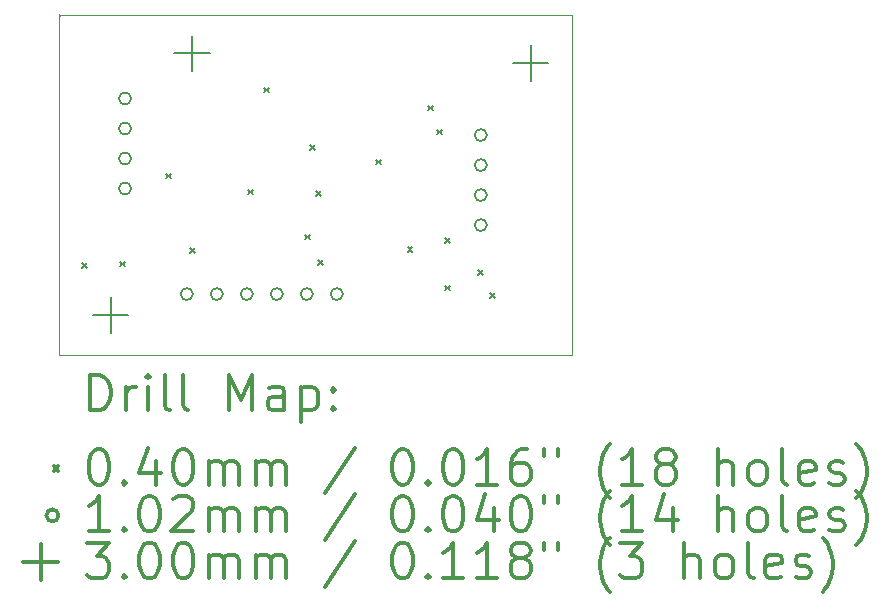
<source format=gbr>
%FSLAX45Y45*%
G04 Gerber Fmt 4.5, Leading zero omitted, Abs format (unit mm)*
G04 Created by KiCad (PCBNEW (2015-07-31 BZR 6030)-product) date Fri Sep 11 12:39:45 2015*
%MOMM*%
G01*
G04 APERTURE LIST*
%ADD10C,0.127000*%
%ADD11C,0.100000*%
%ADD12C,0.200000*%
%ADD13C,0.300000*%
G04 APERTURE END LIST*
D10*
D11*
X13995400Y-7772400D02*
X14005560Y-7782560D01*
X13995400Y-10652760D02*
X13995400Y-7772400D01*
X18338800Y-10652760D02*
X13995400Y-10652760D01*
X18338800Y-7777480D02*
X18338800Y-10652760D01*
X14010640Y-7777480D02*
X18338800Y-7777480D01*
D12*
X14193840Y-9875840D02*
X14233840Y-9915840D01*
X14233840Y-9875840D02*
X14193840Y-9915840D01*
X14513880Y-9865680D02*
X14553880Y-9905680D01*
X14553880Y-9865680D02*
X14513880Y-9905680D01*
X14899960Y-9118920D02*
X14939960Y-9158920D01*
X14939960Y-9118920D02*
X14899960Y-9158920D01*
X15108240Y-9748840D02*
X15148240Y-9788840D01*
X15148240Y-9748840D02*
X15108240Y-9788840D01*
X15595920Y-9256080D02*
X15635920Y-9296080D01*
X15635920Y-9256080D02*
X15595920Y-9296080D01*
X15733080Y-8392480D02*
X15773080Y-8432480D01*
X15773080Y-8392480D02*
X15733080Y-8432480D01*
X16078520Y-9637080D02*
X16118520Y-9677080D01*
X16118520Y-9637080D02*
X16078520Y-9677080D01*
X16124240Y-8880160D02*
X16164240Y-8920160D01*
X16164240Y-8880160D02*
X16124240Y-8920160D01*
X16175040Y-9266240D02*
X16215040Y-9306240D01*
X16215040Y-9266240D02*
X16175040Y-9306240D01*
X16190280Y-9850440D02*
X16230280Y-9890440D01*
X16230280Y-9850440D02*
X16190280Y-9890440D01*
X16683040Y-9002080D02*
X16723040Y-9042080D01*
X16723040Y-9002080D02*
X16683040Y-9042080D01*
X16947200Y-9743760D02*
X16987200Y-9783760D01*
X16987200Y-9743760D02*
X16947200Y-9783760D01*
X17119920Y-8544880D02*
X17159920Y-8584880D01*
X17159920Y-8544880D02*
X17119920Y-8584880D01*
X17196120Y-8748080D02*
X17236120Y-8788080D01*
X17236120Y-8748080D02*
X17196120Y-8788080D01*
X17262160Y-9667560D02*
X17302160Y-9707560D01*
X17302160Y-9667560D02*
X17262160Y-9707560D01*
X17262160Y-10068880D02*
X17302160Y-10108880D01*
X17302160Y-10068880D02*
X17262160Y-10108880D01*
X17546640Y-9936800D02*
X17586640Y-9976800D01*
X17586640Y-9936800D02*
X17546640Y-9976800D01*
X17643160Y-10129840D02*
X17683160Y-10169840D01*
X17683160Y-10129840D02*
X17643160Y-10169840D01*
X14605000Y-8483600D02*
G75*
G03X14605000Y-8483600I-50800J0D01*
G01*
X14605000Y-8737600D02*
G75*
G03X14605000Y-8737600I-50800J0D01*
G01*
X14605000Y-8991600D02*
G75*
G03X14605000Y-8991600I-50800J0D01*
G01*
X14605000Y-9245600D02*
G75*
G03X14605000Y-9245600I-50800J0D01*
G01*
X15128240Y-10139680D02*
G75*
G03X15128240Y-10139680I-50800J0D01*
G01*
X15382240Y-10139680D02*
G75*
G03X15382240Y-10139680I-50800J0D01*
G01*
X15636240Y-10139680D02*
G75*
G03X15636240Y-10139680I-50800J0D01*
G01*
X15890240Y-10139680D02*
G75*
G03X15890240Y-10139680I-50800J0D01*
G01*
X16144240Y-10139680D02*
G75*
G03X16144240Y-10139680I-50800J0D01*
G01*
X16398240Y-10139680D02*
G75*
G03X16398240Y-10139680I-50800J0D01*
G01*
X17617440Y-8793480D02*
G75*
G03X17617440Y-8793480I-50800J0D01*
G01*
X17617440Y-9047480D02*
G75*
G03X17617440Y-9047480I-50800J0D01*
G01*
X17617440Y-9301480D02*
G75*
G03X17617440Y-9301480I-50800J0D01*
G01*
X17617440Y-9555480D02*
G75*
G03X17617440Y-9555480I-50800J0D01*
G01*
X14432280Y-10167480D02*
X14432280Y-10467480D01*
X14282280Y-10317480D02*
X14582280Y-10317480D01*
X15123160Y-7952600D02*
X15123160Y-8252600D01*
X14973160Y-8102600D02*
X15273160Y-8102600D01*
X17988280Y-8033880D02*
X17988280Y-8333880D01*
X17838280Y-8183880D02*
X18138280Y-8183880D01*
D13*
X14261828Y-11123474D02*
X14261828Y-10823474D01*
X14333257Y-10823474D01*
X14376114Y-10837760D01*
X14404686Y-10866332D01*
X14418971Y-10894903D01*
X14433257Y-10952046D01*
X14433257Y-10994903D01*
X14418971Y-11052046D01*
X14404686Y-11080617D01*
X14376114Y-11109189D01*
X14333257Y-11123474D01*
X14261828Y-11123474D01*
X14561828Y-11123474D02*
X14561828Y-10923474D01*
X14561828Y-10980617D02*
X14576114Y-10952046D01*
X14590400Y-10937760D01*
X14618971Y-10923474D01*
X14647543Y-10923474D01*
X14747543Y-11123474D02*
X14747543Y-10923474D01*
X14747543Y-10823474D02*
X14733257Y-10837760D01*
X14747543Y-10852046D01*
X14761828Y-10837760D01*
X14747543Y-10823474D01*
X14747543Y-10852046D01*
X14933257Y-11123474D02*
X14904686Y-11109189D01*
X14890400Y-11080617D01*
X14890400Y-10823474D01*
X15090400Y-11123474D02*
X15061828Y-11109189D01*
X15047543Y-11080617D01*
X15047543Y-10823474D01*
X15433257Y-11123474D02*
X15433257Y-10823474D01*
X15533257Y-11037760D01*
X15633257Y-10823474D01*
X15633257Y-11123474D01*
X15904686Y-11123474D02*
X15904686Y-10966332D01*
X15890400Y-10937760D01*
X15861828Y-10923474D01*
X15804686Y-10923474D01*
X15776114Y-10937760D01*
X15904686Y-11109189D02*
X15876114Y-11123474D01*
X15804686Y-11123474D01*
X15776114Y-11109189D01*
X15761828Y-11080617D01*
X15761828Y-11052046D01*
X15776114Y-11023474D01*
X15804686Y-11009189D01*
X15876114Y-11009189D01*
X15904686Y-10994903D01*
X16047543Y-10923474D02*
X16047543Y-11223474D01*
X16047543Y-10937760D02*
X16076114Y-10923474D01*
X16133257Y-10923474D01*
X16161828Y-10937760D01*
X16176114Y-10952046D01*
X16190400Y-10980617D01*
X16190400Y-11066332D01*
X16176114Y-11094903D01*
X16161828Y-11109189D01*
X16133257Y-11123474D01*
X16076114Y-11123474D01*
X16047543Y-11109189D01*
X16318971Y-11094903D02*
X16333257Y-11109189D01*
X16318971Y-11123474D01*
X16304686Y-11109189D01*
X16318971Y-11094903D01*
X16318971Y-11123474D01*
X16318971Y-10937760D02*
X16333257Y-10952046D01*
X16318971Y-10966332D01*
X16304686Y-10952046D01*
X16318971Y-10937760D01*
X16318971Y-10966332D01*
X13950400Y-11597760D02*
X13990400Y-11637760D01*
X13990400Y-11597760D02*
X13950400Y-11637760D01*
X14318971Y-11453474D02*
X14347543Y-11453474D01*
X14376114Y-11467760D01*
X14390400Y-11482046D01*
X14404686Y-11510617D01*
X14418971Y-11567760D01*
X14418971Y-11639189D01*
X14404686Y-11696331D01*
X14390400Y-11724903D01*
X14376114Y-11739189D01*
X14347543Y-11753474D01*
X14318971Y-11753474D01*
X14290400Y-11739189D01*
X14276114Y-11724903D01*
X14261828Y-11696331D01*
X14247543Y-11639189D01*
X14247543Y-11567760D01*
X14261828Y-11510617D01*
X14276114Y-11482046D01*
X14290400Y-11467760D01*
X14318971Y-11453474D01*
X14547543Y-11724903D02*
X14561828Y-11739189D01*
X14547543Y-11753474D01*
X14533257Y-11739189D01*
X14547543Y-11724903D01*
X14547543Y-11753474D01*
X14818971Y-11553474D02*
X14818971Y-11753474D01*
X14747543Y-11439189D02*
X14676114Y-11653474D01*
X14861828Y-11653474D01*
X15033257Y-11453474D02*
X15061828Y-11453474D01*
X15090400Y-11467760D01*
X15104686Y-11482046D01*
X15118971Y-11510617D01*
X15133257Y-11567760D01*
X15133257Y-11639189D01*
X15118971Y-11696331D01*
X15104686Y-11724903D01*
X15090400Y-11739189D01*
X15061828Y-11753474D01*
X15033257Y-11753474D01*
X15004686Y-11739189D01*
X14990400Y-11724903D01*
X14976114Y-11696331D01*
X14961828Y-11639189D01*
X14961828Y-11567760D01*
X14976114Y-11510617D01*
X14990400Y-11482046D01*
X15004686Y-11467760D01*
X15033257Y-11453474D01*
X15261828Y-11753474D02*
X15261828Y-11553474D01*
X15261828Y-11582046D02*
X15276114Y-11567760D01*
X15304686Y-11553474D01*
X15347543Y-11553474D01*
X15376114Y-11567760D01*
X15390400Y-11596331D01*
X15390400Y-11753474D01*
X15390400Y-11596331D02*
X15404686Y-11567760D01*
X15433257Y-11553474D01*
X15476114Y-11553474D01*
X15504686Y-11567760D01*
X15518971Y-11596331D01*
X15518971Y-11753474D01*
X15661828Y-11753474D02*
X15661828Y-11553474D01*
X15661828Y-11582046D02*
X15676114Y-11567760D01*
X15704686Y-11553474D01*
X15747543Y-11553474D01*
X15776114Y-11567760D01*
X15790400Y-11596331D01*
X15790400Y-11753474D01*
X15790400Y-11596331D02*
X15804686Y-11567760D01*
X15833257Y-11553474D01*
X15876114Y-11553474D01*
X15904686Y-11567760D01*
X15918971Y-11596331D01*
X15918971Y-11753474D01*
X16504686Y-11439189D02*
X16247543Y-11824903D01*
X16890400Y-11453474D02*
X16918971Y-11453474D01*
X16947543Y-11467760D01*
X16961828Y-11482046D01*
X16976114Y-11510617D01*
X16990400Y-11567760D01*
X16990400Y-11639189D01*
X16976114Y-11696331D01*
X16961828Y-11724903D01*
X16947543Y-11739189D01*
X16918971Y-11753474D01*
X16890400Y-11753474D01*
X16861828Y-11739189D01*
X16847543Y-11724903D01*
X16833257Y-11696331D01*
X16818971Y-11639189D01*
X16818971Y-11567760D01*
X16833257Y-11510617D01*
X16847543Y-11482046D01*
X16861828Y-11467760D01*
X16890400Y-11453474D01*
X17118971Y-11724903D02*
X17133257Y-11739189D01*
X17118971Y-11753474D01*
X17104686Y-11739189D01*
X17118971Y-11724903D01*
X17118971Y-11753474D01*
X17318971Y-11453474D02*
X17347543Y-11453474D01*
X17376114Y-11467760D01*
X17390400Y-11482046D01*
X17404686Y-11510617D01*
X17418971Y-11567760D01*
X17418971Y-11639189D01*
X17404686Y-11696331D01*
X17390400Y-11724903D01*
X17376114Y-11739189D01*
X17347543Y-11753474D01*
X17318971Y-11753474D01*
X17290400Y-11739189D01*
X17276114Y-11724903D01*
X17261828Y-11696331D01*
X17247543Y-11639189D01*
X17247543Y-11567760D01*
X17261828Y-11510617D01*
X17276114Y-11482046D01*
X17290400Y-11467760D01*
X17318971Y-11453474D01*
X17704686Y-11753474D02*
X17533257Y-11753474D01*
X17618971Y-11753474D02*
X17618971Y-11453474D01*
X17590400Y-11496331D01*
X17561828Y-11524903D01*
X17533257Y-11539189D01*
X17961828Y-11453474D02*
X17904686Y-11453474D01*
X17876114Y-11467760D01*
X17861828Y-11482046D01*
X17833257Y-11524903D01*
X17818971Y-11582046D01*
X17818971Y-11696331D01*
X17833257Y-11724903D01*
X17847543Y-11739189D01*
X17876114Y-11753474D01*
X17933257Y-11753474D01*
X17961828Y-11739189D01*
X17976114Y-11724903D01*
X17990400Y-11696331D01*
X17990400Y-11624903D01*
X17976114Y-11596331D01*
X17961828Y-11582046D01*
X17933257Y-11567760D01*
X17876114Y-11567760D01*
X17847543Y-11582046D01*
X17833257Y-11596331D01*
X17818971Y-11624903D01*
X18104686Y-11453474D02*
X18104686Y-11510617D01*
X18218971Y-11453474D02*
X18218971Y-11510617D01*
X18661828Y-11867760D02*
X18647543Y-11853474D01*
X18618971Y-11810617D01*
X18604686Y-11782046D01*
X18590400Y-11739189D01*
X18576114Y-11667760D01*
X18576114Y-11610617D01*
X18590400Y-11539189D01*
X18604686Y-11496331D01*
X18618971Y-11467760D01*
X18647543Y-11424903D01*
X18661828Y-11410617D01*
X18933257Y-11753474D02*
X18761828Y-11753474D01*
X18847543Y-11753474D02*
X18847543Y-11453474D01*
X18818971Y-11496331D01*
X18790400Y-11524903D01*
X18761828Y-11539189D01*
X19104686Y-11582046D02*
X19076114Y-11567760D01*
X19061828Y-11553474D01*
X19047543Y-11524903D01*
X19047543Y-11510617D01*
X19061828Y-11482046D01*
X19076114Y-11467760D01*
X19104686Y-11453474D01*
X19161828Y-11453474D01*
X19190400Y-11467760D01*
X19204686Y-11482046D01*
X19218971Y-11510617D01*
X19218971Y-11524903D01*
X19204686Y-11553474D01*
X19190400Y-11567760D01*
X19161828Y-11582046D01*
X19104686Y-11582046D01*
X19076114Y-11596331D01*
X19061828Y-11610617D01*
X19047543Y-11639189D01*
X19047543Y-11696331D01*
X19061828Y-11724903D01*
X19076114Y-11739189D01*
X19104686Y-11753474D01*
X19161828Y-11753474D01*
X19190400Y-11739189D01*
X19204686Y-11724903D01*
X19218971Y-11696331D01*
X19218971Y-11639189D01*
X19204686Y-11610617D01*
X19190400Y-11596331D01*
X19161828Y-11582046D01*
X19576114Y-11753474D02*
X19576114Y-11453474D01*
X19704686Y-11753474D02*
X19704686Y-11596331D01*
X19690400Y-11567760D01*
X19661828Y-11553474D01*
X19618971Y-11553474D01*
X19590400Y-11567760D01*
X19576114Y-11582046D01*
X19890400Y-11753474D02*
X19861828Y-11739189D01*
X19847543Y-11724903D01*
X19833257Y-11696331D01*
X19833257Y-11610617D01*
X19847543Y-11582046D01*
X19861828Y-11567760D01*
X19890400Y-11553474D01*
X19933257Y-11553474D01*
X19961828Y-11567760D01*
X19976114Y-11582046D01*
X19990400Y-11610617D01*
X19990400Y-11696331D01*
X19976114Y-11724903D01*
X19961828Y-11739189D01*
X19933257Y-11753474D01*
X19890400Y-11753474D01*
X20161828Y-11753474D02*
X20133257Y-11739189D01*
X20118971Y-11710617D01*
X20118971Y-11453474D01*
X20390400Y-11739189D02*
X20361829Y-11753474D01*
X20304686Y-11753474D01*
X20276114Y-11739189D01*
X20261829Y-11710617D01*
X20261829Y-11596331D01*
X20276114Y-11567760D01*
X20304686Y-11553474D01*
X20361829Y-11553474D01*
X20390400Y-11567760D01*
X20404686Y-11596331D01*
X20404686Y-11624903D01*
X20261829Y-11653474D01*
X20518971Y-11739189D02*
X20547543Y-11753474D01*
X20604686Y-11753474D01*
X20633257Y-11739189D01*
X20647543Y-11710617D01*
X20647543Y-11696331D01*
X20633257Y-11667760D01*
X20604686Y-11653474D01*
X20561829Y-11653474D01*
X20533257Y-11639189D01*
X20518971Y-11610617D01*
X20518971Y-11596331D01*
X20533257Y-11567760D01*
X20561829Y-11553474D01*
X20604686Y-11553474D01*
X20633257Y-11567760D01*
X20747543Y-11867760D02*
X20761829Y-11853474D01*
X20790400Y-11810617D01*
X20804686Y-11782046D01*
X20818971Y-11739189D01*
X20833257Y-11667760D01*
X20833257Y-11610617D01*
X20818971Y-11539189D01*
X20804686Y-11496331D01*
X20790400Y-11467760D01*
X20761829Y-11424903D01*
X20747543Y-11410617D01*
X13990400Y-12013760D02*
G75*
G03X13990400Y-12013760I-50800J0D01*
G01*
X14418971Y-12149474D02*
X14247543Y-12149474D01*
X14333257Y-12149474D02*
X14333257Y-11849474D01*
X14304686Y-11892331D01*
X14276114Y-11920903D01*
X14247543Y-11935189D01*
X14547543Y-12120903D02*
X14561828Y-12135189D01*
X14547543Y-12149474D01*
X14533257Y-12135189D01*
X14547543Y-12120903D01*
X14547543Y-12149474D01*
X14747543Y-11849474D02*
X14776114Y-11849474D01*
X14804686Y-11863760D01*
X14818971Y-11878046D01*
X14833257Y-11906617D01*
X14847543Y-11963760D01*
X14847543Y-12035189D01*
X14833257Y-12092331D01*
X14818971Y-12120903D01*
X14804686Y-12135189D01*
X14776114Y-12149474D01*
X14747543Y-12149474D01*
X14718971Y-12135189D01*
X14704686Y-12120903D01*
X14690400Y-12092331D01*
X14676114Y-12035189D01*
X14676114Y-11963760D01*
X14690400Y-11906617D01*
X14704686Y-11878046D01*
X14718971Y-11863760D01*
X14747543Y-11849474D01*
X14961828Y-11878046D02*
X14976114Y-11863760D01*
X15004686Y-11849474D01*
X15076114Y-11849474D01*
X15104686Y-11863760D01*
X15118971Y-11878046D01*
X15133257Y-11906617D01*
X15133257Y-11935189D01*
X15118971Y-11978046D01*
X14947543Y-12149474D01*
X15133257Y-12149474D01*
X15261828Y-12149474D02*
X15261828Y-11949474D01*
X15261828Y-11978046D02*
X15276114Y-11963760D01*
X15304686Y-11949474D01*
X15347543Y-11949474D01*
X15376114Y-11963760D01*
X15390400Y-11992331D01*
X15390400Y-12149474D01*
X15390400Y-11992331D02*
X15404686Y-11963760D01*
X15433257Y-11949474D01*
X15476114Y-11949474D01*
X15504686Y-11963760D01*
X15518971Y-11992331D01*
X15518971Y-12149474D01*
X15661828Y-12149474D02*
X15661828Y-11949474D01*
X15661828Y-11978046D02*
X15676114Y-11963760D01*
X15704686Y-11949474D01*
X15747543Y-11949474D01*
X15776114Y-11963760D01*
X15790400Y-11992331D01*
X15790400Y-12149474D01*
X15790400Y-11992331D02*
X15804686Y-11963760D01*
X15833257Y-11949474D01*
X15876114Y-11949474D01*
X15904686Y-11963760D01*
X15918971Y-11992331D01*
X15918971Y-12149474D01*
X16504686Y-11835189D02*
X16247543Y-12220903D01*
X16890400Y-11849474D02*
X16918971Y-11849474D01*
X16947543Y-11863760D01*
X16961828Y-11878046D01*
X16976114Y-11906617D01*
X16990400Y-11963760D01*
X16990400Y-12035189D01*
X16976114Y-12092331D01*
X16961828Y-12120903D01*
X16947543Y-12135189D01*
X16918971Y-12149474D01*
X16890400Y-12149474D01*
X16861828Y-12135189D01*
X16847543Y-12120903D01*
X16833257Y-12092331D01*
X16818971Y-12035189D01*
X16818971Y-11963760D01*
X16833257Y-11906617D01*
X16847543Y-11878046D01*
X16861828Y-11863760D01*
X16890400Y-11849474D01*
X17118971Y-12120903D02*
X17133257Y-12135189D01*
X17118971Y-12149474D01*
X17104686Y-12135189D01*
X17118971Y-12120903D01*
X17118971Y-12149474D01*
X17318971Y-11849474D02*
X17347543Y-11849474D01*
X17376114Y-11863760D01*
X17390400Y-11878046D01*
X17404686Y-11906617D01*
X17418971Y-11963760D01*
X17418971Y-12035189D01*
X17404686Y-12092331D01*
X17390400Y-12120903D01*
X17376114Y-12135189D01*
X17347543Y-12149474D01*
X17318971Y-12149474D01*
X17290400Y-12135189D01*
X17276114Y-12120903D01*
X17261828Y-12092331D01*
X17247543Y-12035189D01*
X17247543Y-11963760D01*
X17261828Y-11906617D01*
X17276114Y-11878046D01*
X17290400Y-11863760D01*
X17318971Y-11849474D01*
X17676114Y-11949474D02*
X17676114Y-12149474D01*
X17604686Y-11835189D02*
X17533257Y-12049474D01*
X17718971Y-12049474D01*
X17890400Y-11849474D02*
X17918971Y-11849474D01*
X17947543Y-11863760D01*
X17961828Y-11878046D01*
X17976114Y-11906617D01*
X17990400Y-11963760D01*
X17990400Y-12035189D01*
X17976114Y-12092331D01*
X17961828Y-12120903D01*
X17947543Y-12135189D01*
X17918971Y-12149474D01*
X17890400Y-12149474D01*
X17861828Y-12135189D01*
X17847543Y-12120903D01*
X17833257Y-12092331D01*
X17818971Y-12035189D01*
X17818971Y-11963760D01*
X17833257Y-11906617D01*
X17847543Y-11878046D01*
X17861828Y-11863760D01*
X17890400Y-11849474D01*
X18104686Y-11849474D02*
X18104686Y-11906617D01*
X18218971Y-11849474D02*
X18218971Y-11906617D01*
X18661828Y-12263760D02*
X18647543Y-12249474D01*
X18618971Y-12206617D01*
X18604686Y-12178046D01*
X18590400Y-12135189D01*
X18576114Y-12063760D01*
X18576114Y-12006617D01*
X18590400Y-11935189D01*
X18604686Y-11892331D01*
X18618971Y-11863760D01*
X18647543Y-11820903D01*
X18661828Y-11806617D01*
X18933257Y-12149474D02*
X18761828Y-12149474D01*
X18847543Y-12149474D02*
X18847543Y-11849474D01*
X18818971Y-11892331D01*
X18790400Y-11920903D01*
X18761828Y-11935189D01*
X19190400Y-11949474D02*
X19190400Y-12149474D01*
X19118971Y-11835189D02*
X19047543Y-12049474D01*
X19233257Y-12049474D01*
X19576114Y-12149474D02*
X19576114Y-11849474D01*
X19704686Y-12149474D02*
X19704686Y-11992331D01*
X19690400Y-11963760D01*
X19661828Y-11949474D01*
X19618971Y-11949474D01*
X19590400Y-11963760D01*
X19576114Y-11978046D01*
X19890400Y-12149474D02*
X19861828Y-12135189D01*
X19847543Y-12120903D01*
X19833257Y-12092331D01*
X19833257Y-12006617D01*
X19847543Y-11978046D01*
X19861828Y-11963760D01*
X19890400Y-11949474D01*
X19933257Y-11949474D01*
X19961828Y-11963760D01*
X19976114Y-11978046D01*
X19990400Y-12006617D01*
X19990400Y-12092331D01*
X19976114Y-12120903D01*
X19961828Y-12135189D01*
X19933257Y-12149474D01*
X19890400Y-12149474D01*
X20161828Y-12149474D02*
X20133257Y-12135189D01*
X20118971Y-12106617D01*
X20118971Y-11849474D01*
X20390400Y-12135189D02*
X20361829Y-12149474D01*
X20304686Y-12149474D01*
X20276114Y-12135189D01*
X20261829Y-12106617D01*
X20261829Y-11992331D01*
X20276114Y-11963760D01*
X20304686Y-11949474D01*
X20361829Y-11949474D01*
X20390400Y-11963760D01*
X20404686Y-11992331D01*
X20404686Y-12020903D01*
X20261829Y-12049474D01*
X20518971Y-12135189D02*
X20547543Y-12149474D01*
X20604686Y-12149474D01*
X20633257Y-12135189D01*
X20647543Y-12106617D01*
X20647543Y-12092331D01*
X20633257Y-12063760D01*
X20604686Y-12049474D01*
X20561829Y-12049474D01*
X20533257Y-12035189D01*
X20518971Y-12006617D01*
X20518971Y-11992331D01*
X20533257Y-11963760D01*
X20561829Y-11949474D01*
X20604686Y-11949474D01*
X20633257Y-11963760D01*
X20747543Y-12263760D02*
X20761829Y-12249474D01*
X20790400Y-12206617D01*
X20804686Y-12178046D01*
X20818971Y-12135189D01*
X20833257Y-12063760D01*
X20833257Y-12006617D01*
X20818971Y-11935189D01*
X20804686Y-11892331D01*
X20790400Y-11863760D01*
X20761829Y-11820903D01*
X20747543Y-11806617D01*
X13840400Y-12259760D02*
X13840400Y-12559760D01*
X13690400Y-12409760D02*
X13990400Y-12409760D01*
X14233257Y-12245474D02*
X14418971Y-12245474D01*
X14318971Y-12359760D01*
X14361828Y-12359760D01*
X14390400Y-12374046D01*
X14404686Y-12388331D01*
X14418971Y-12416903D01*
X14418971Y-12488331D01*
X14404686Y-12516903D01*
X14390400Y-12531189D01*
X14361828Y-12545474D01*
X14276114Y-12545474D01*
X14247543Y-12531189D01*
X14233257Y-12516903D01*
X14547543Y-12516903D02*
X14561828Y-12531189D01*
X14547543Y-12545474D01*
X14533257Y-12531189D01*
X14547543Y-12516903D01*
X14547543Y-12545474D01*
X14747543Y-12245474D02*
X14776114Y-12245474D01*
X14804686Y-12259760D01*
X14818971Y-12274046D01*
X14833257Y-12302617D01*
X14847543Y-12359760D01*
X14847543Y-12431189D01*
X14833257Y-12488331D01*
X14818971Y-12516903D01*
X14804686Y-12531189D01*
X14776114Y-12545474D01*
X14747543Y-12545474D01*
X14718971Y-12531189D01*
X14704686Y-12516903D01*
X14690400Y-12488331D01*
X14676114Y-12431189D01*
X14676114Y-12359760D01*
X14690400Y-12302617D01*
X14704686Y-12274046D01*
X14718971Y-12259760D01*
X14747543Y-12245474D01*
X15033257Y-12245474D02*
X15061828Y-12245474D01*
X15090400Y-12259760D01*
X15104686Y-12274046D01*
X15118971Y-12302617D01*
X15133257Y-12359760D01*
X15133257Y-12431189D01*
X15118971Y-12488331D01*
X15104686Y-12516903D01*
X15090400Y-12531189D01*
X15061828Y-12545474D01*
X15033257Y-12545474D01*
X15004686Y-12531189D01*
X14990400Y-12516903D01*
X14976114Y-12488331D01*
X14961828Y-12431189D01*
X14961828Y-12359760D01*
X14976114Y-12302617D01*
X14990400Y-12274046D01*
X15004686Y-12259760D01*
X15033257Y-12245474D01*
X15261828Y-12545474D02*
X15261828Y-12345474D01*
X15261828Y-12374046D02*
X15276114Y-12359760D01*
X15304686Y-12345474D01*
X15347543Y-12345474D01*
X15376114Y-12359760D01*
X15390400Y-12388331D01*
X15390400Y-12545474D01*
X15390400Y-12388331D02*
X15404686Y-12359760D01*
X15433257Y-12345474D01*
X15476114Y-12345474D01*
X15504686Y-12359760D01*
X15518971Y-12388331D01*
X15518971Y-12545474D01*
X15661828Y-12545474D02*
X15661828Y-12345474D01*
X15661828Y-12374046D02*
X15676114Y-12359760D01*
X15704686Y-12345474D01*
X15747543Y-12345474D01*
X15776114Y-12359760D01*
X15790400Y-12388331D01*
X15790400Y-12545474D01*
X15790400Y-12388331D02*
X15804686Y-12359760D01*
X15833257Y-12345474D01*
X15876114Y-12345474D01*
X15904686Y-12359760D01*
X15918971Y-12388331D01*
X15918971Y-12545474D01*
X16504686Y-12231189D02*
X16247543Y-12616903D01*
X16890400Y-12245474D02*
X16918971Y-12245474D01*
X16947543Y-12259760D01*
X16961828Y-12274046D01*
X16976114Y-12302617D01*
X16990400Y-12359760D01*
X16990400Y-12431189D01*
X16976114Y-12488331D01*
X16961828Y-12516903D01*
X16947543Y-12531189D01*
X16918971Y-12545474D01*
X16890400Y-12545474D01*
X16861828Y-12531189D01*
X16847543Y-12516903D01*
X16833257Y-12488331D01*
X16818971Y-12431189D01*
X16818971Y-12359760D01*
X16833257Y-12302617D01*
X16847543Y-12274046D01*
X16861828Y-12259760D01*
X16890400Y-12245474D01*
X17118971Y-12516903D02*
X17133257Y-12531189D01*
X17118971Y-12545474D01*
X17104686Y-12531189D01*
X17118971Y-12516903D01*
X17118971Y-12545474D01*
X17418971Y-12545474D02*
X17247543Y-12545474D01*
X17333257Y-12545474D02*
X17333257Y-12245474D01*
X17304686Y-12288331D01*
X17276114Y-12316903D01*
X17247543Y-12331189D01*
X17704686Y-12545474D02*
X17533257Y-12545474D01*
X17618971Y-12545474D02*
X17618971Y-12245474D01*
X17590400Y-12288331D01*
X17561828Y-12316903D01*
X17533257Y-12331189D01*
X17876114Y-12374046D02*
X17847543Y-12359760D01*
X17833257Y-12345474D01*
X17818971Y-12316903D01*
X17818971Y-12302617D01*
X17833257Y-12274046D01*
X17847543Y-12259760D01*
X17876114Y-12245474D01*
X17933257Y-12245474D01*
X17961828Y-12259760D01*
X17976114Y-12274046D01*
X17990400Y-12302617D01*
X17990400Y-12316903D01*
X17976114Y-12345474D01*
X17961828Y-12359760D01*
X17933257Y-12374046D01*
X17876114Y-12374046D01*
X17847543Y-12388331D01*
X17833257Y-12402617D01*
X17818971Y-12431189D01*
X17818971Y-12488331D01*
X17833257Y-12516903D01*
X17847543Y-12531189D01*
X17876114Y-12545474D01*
X17933257Y-12545474D01*
X17961828Y-12531189D01*
X17976114Y-12516903D01*
X17990400Y-12488331D01*
X17990400Y-12431189D01*
X17976114Y-12402617D01*
X17961828Y-12388331D01*
X17933257Y-12374046D01*
X18104686Y-12245474D02*
X18104686Y-12302617D01*
X18218971Y-12245474D02*
X18218971Y-12302617D01*
X18661828Y-12659760D02*
X18647543Y-12645474D01*
X18618971Y-12602617D01*
X18604686Y-12574046D01*
X18590400Y-12531189D01*
X18576114Y-12459760D01*
X18576114Y-12402617D01*
X18590400Y-12331189D01*
X18604686Y-12288331D01*
X18618971Y-12259760D01*
X18647543Y-12216903D01*
X18661828Y-12202617D01*
X18747543Y-12245474D02*
X18933257Y-12245474D01*
X18833257Y-12359760D01*
X18876114Y-12359760D01*
X18904686Y-12374046D01*
X18918971Y-12388331D01*
X18933257Y-12416903D01*
X18933257Y-12488331D01*
X18918971Y-12516903D01*
X18904686Y-12531189D01*
X18876114Y-12545474D01*
X18790400Y-12545474D01*
X18761828Y-12531189D01*
X18747543Y-12516903D01*
X19290400Y-12545474D02*
X19290400Y-12245474D01*
X19418971Y-12545474D02*
X19418971Y-12388331D01*
X19404686Y-12359760D01*
X19376114Y-12345474D01*
X19333257Y-12345474D01*
X19304686Y-12359760D01*
X19290400Y-12374046D01*
X19604686Y-12545474D02*
X19576114Y-12531189D01*
X19561828Y-12516903D01*
X19547543Y-12488331D01*
X19547543Y-12402617D01*
X19561828Y-12374046D01*
X19576114Y-12359760D01*
X19604686Y-12345474D01*
X19647543Y-12345474D01*
X19676114Y-12359760D01*
X19690400Y-12374046D01*
X19704686Y-12402617D01*
X19704686Y-12488331D01*
X19690400Y-12516903D01*
X19676114Y-12531189D01*
X19647543Y-12545474D01*
X19604686Y-12545474D01*
X19876114Y-12545474D02*
X19847543Y-12531189D01*
X19833257Y-12502617D01*
X19833257Y-12245474D01*
X20104686Y-12531189D02*
X20076114Y-12545474D01*
X20018971Y-12545474D01*
X19990400Y-12531189D01*
X19976114Y-12502617D01*
X19976114Y-12388331D01*
X19990400Y-12359760D01*
X20018971Y-12345474D01*
X20076114Y-12345474D01*
X20104686Y-12359760D01*
X20118971Y-12388331D01*
X20118971Y-12416903D01*
X19976114Y-12445474D01*
X20233257Y-12531189D02*
X20261829Y-12545474D01*
X20318971Y-12545474D01*
X20347543Y-12531189D01*
X20361829Y-12502617D01*
X20361829Y-12488331D01*
X20347543Y-12459760D01*
X20318971Y-12445474D01*
X20276114Y-12445474D01*
X20247543Y-12431189D01*
X20233257Y-12402617D01*
X20233257Y-12388331D01*
X20247543Y-12359760D01*
X20276114Y-12345474D01*
X20318971Y-12345474D01*
X20347543Y-12359760D01*
X20461828Y-12659760D02*
X20476114Y-12645474D01*
X20504686Y-12602617D01*
X20518971Y-12574046D01*
X20533257Y-12531189D01*
X20547543Y-12459760D01*
X20547543Y-12402617D01*
X20533257Y-12331189D01*
X20518971Y-12288331D01*
X20504686Y-12259760D01*
X20476114Y-12216903D01*
X20461828Y-12202617D01*
M02*

</source>
